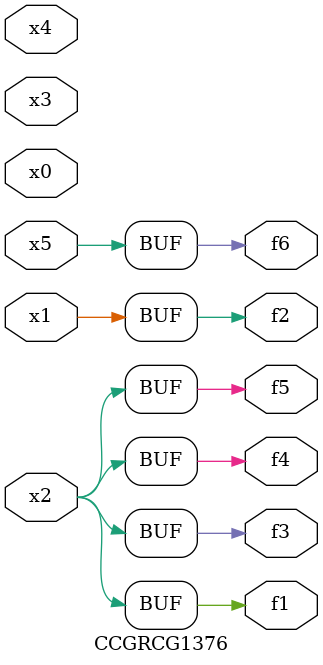
<source format=v>
module CCGRCG1376(
	input x0, x1, x2, x3, x4, x5,
	output f1, f2, f3, f4, f5, f6
);
	assign f1 = x2;
	assign f2 = x1;
	assign f3 = x2;
	assign f4 = x2;
	assign f5 = x2;
	assign f6 = x5;
endmodule

</source>
